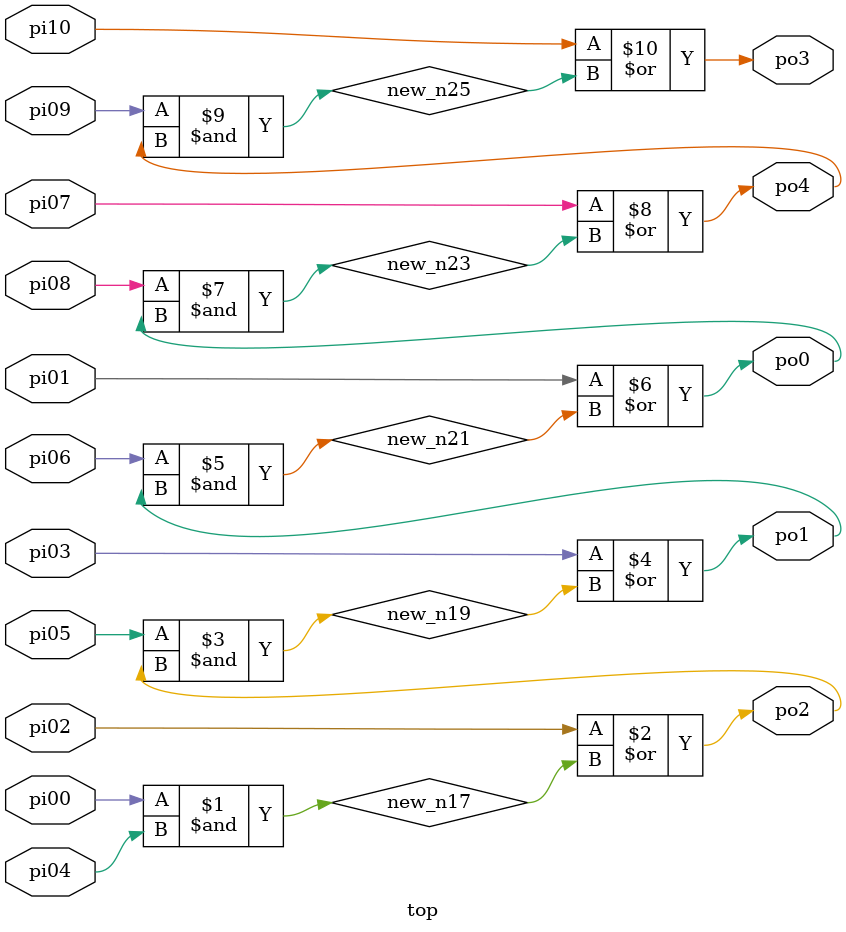
<source format=v>

module top ( 
    pi00, pi01, pi02, pi03, pi04, pi05, pi06, pi07, pi08, pi09, pi10,
    po0, po1, po2, po3, po4  );
  input  pi00, pi01, pi02, pi03, pi04, pi05, pi06, pi07, pi08, pi09,
    pi10;
  output po0, po1, po2, po3, po4;
  wire new_n17, new_n19, new_n21, new_n23, new_n25;
  assign new_n17 = pi00 & pi04;
  assign po2 = pi02 | new_n17;
  assign new_n19 = pi05 & po2;
  assign po1 = pi03 | new_n19;
  assign new_n21 = pi06 & po1;
  assign po0 = pi01 | new_n21;
  assign new_n23 = pi08 & po0;
  assign po4 = pi07 | new_n23;
  assign new_n25 = pi09 & po4;
  assign po3 = pi10 | new_n25;
endmodule



</source>
